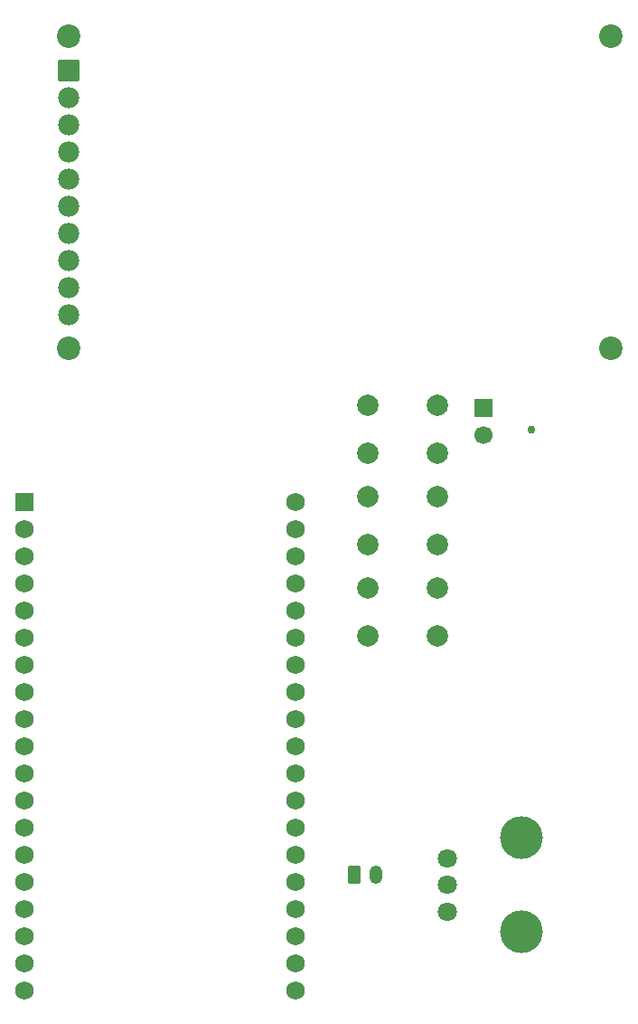
<source format=gbr>
%TF.GenerationSoftware,KiCad,Pcbnew,9.0.5*%
%TF.CreationDate,2025-11-09T15:59:44-08:00*%
%TF.ProjectId,Radio,52616469-6f2e-46b6-9963-61645f706362,rev?*%
%TF.SameCoordinates,Original*%
%TF.FileFunction,Soldermask,Bot*%
%TF.FilePolarity,Negative*%
%FSLAX46Y46*%
G04 Gerber Fmt 4.6, Leading zero omitted, Abs format (unit mm)*
G04 Created by KiCad (PCBNEW 9.0.5) date 2025-11-09 15:59:44*
%MOMM*%
%LPD*%
G01*
G04 APERTURE LIST*
G04 Aperture macros list*
%AMRoundRect*
0 Rectangle with rounded corners*
0 $1 Rounding radius*
0 $2 $3 $4 $5 $6 $7 $8 $9 X,Y pos of 4 corners*
0 Add a 4 corners polygon primitive as box body*
4,1,4,$2,$3,$4,$5,$6,$7,$8,$9,$2,$3,0*
0 Add four circle primitives for the rounded corners*
1,1,$1+$1,$2,$3*
1,1,$1+$1,$4,$5*
1,1,$1+$1,$6,$7*
1,1,$1+$1,$8,$9*
0 Add four rect primitives between the rounded corners*
20,1,$1+$1,$2,$3,$4,$5,0*
20,1,$1+$1,$4,$5,$6,$7,0*
20,1,$1+$1,$6,$7,$8,$9,0*
20,1,$1+$1,$8,$9,$2,$3,0*%
G04 Aperture macros list end*
%ADD10RoundRect,0.250000X-0.350000X-0.625000X0.350000X-0.625000X0.350000X0.625000X-0.350000X0.625000X0*%
%ADD11O,1.200000X1.750000*%
%ADD12C,2.000000*%
%ADD13C,2.200000*%
%ADD14RoundRect,0.102000X-0.889000X-0.889000X0.889000X-0.889000X0.889000X0.889000X-0.889000X0.889000X0*%
%ADD15C,1.982000*%
%ADD16C,4.000000*%
%ADD17C,1.800000*%
%ADD18C,0.750000*%
%ADD19RoundRect,0.102000X-0.765000X-0.765000X0.765000X-0.765000X0.765000X0.765000X-0.765000X0.765000X0*%
%ADD20C,1.734000*%
%ADD21R,1.700000X1.700000*%
%ADD22C,1.700000*%
G04 APERTURE END LIST*
D10*
%TO.C,BT1*%
X160250000Y-125800000D03*
D11*
X162250000Y-125800000D03*
%TD*%
D12*
%TO.C,SW2*%
X161557500Y-90430000D03*
X168057500Y-90430000D03*
X161557500Y-94930000D03*
X168057500Y-94930000D03*
%TD*%
D13*
%TO.C,U5*%
X133532500Y-47330000D03*
X133532500Y-76540000D03*
X184332500Y-47330000D03*
X184332500Y-76540000D03*
D14*
X133532500Y-50505000D03*
D15*
X133532500Y-53045000D03*
X133532500Y-55585000D03*
X133532500Y-58125000D03*
X133532500Y-60665000D03*
X133532500Y-63205000D03*
X133532500Y-65745000D03*
X133532500Y-68285000D03*
X133532500Y-70825000D03*
X133532500Y-73365000D03*
%TD*%
D16*
%TO.C,RV1*%
X175950000Y-122350000D03*
X175950000Y-131150000D03*
D17*
X168950000Y-129250000D03*
X168950000Y-126750000D03*
X168950000Y-124250000D03*
%TD*%
D12*
%TO.C,SW3*%
X161557500Y-98980000D03*
X168057500Y-98980000D03*
X161557500Y-103480000D03*
X168057500Y-103480000D03*
%TD*%
D18*
%TO.C,MK2*%
X176840000Y-84170000D03*
%TD*%
D19*
%TO.C,U6*%
X129350000Y-90900000D03*
D20*
X129350000Y-93440000D03*
X129350000Y-95980000D03*
X129350000Y-98520000D03*
X129350000Y-101060000D03*
X129350000Y-103600000D03*
X129350000Y-106140000D03*
X129350000Y-108680000D03*
X129350000Y-111220000D03*
X129350000Y-113760000D03*
X129350000Y-116300000D03*
X129350000Y-118840000D03*
X129350000Y-121380000D03*
X129350000Y-123920000D03*
X129350000Y-126460000D03*
X129350000Y-129000000D03*
X129350000Y-131540000D03*
X129350000Y-134080000D03*
X129350000Y-136620000D03*
X154750000Y-136620000D03*
X154750000Y-134080000D03*
X154750000Y-131540000D03*
X154750000Y-129000000D03*
X154750000Y-126460000D03*
X154750000Y-123920000D03*
X154750000Y-121380000D03*
X154750000Y-118840000D03*
X154750000Y-116300000D03*
X154750000Y-113760000D03*
X154750000Y-111220000D03*
X154750000Y-108680000D03*
X154750000Y-106140000D03*
X154750000Y-103600000D03*
X154750000Y-101060000D03*
X154750000Y-98520000D03*
X154750000Y-95980000D03*
X154750000Y-93440000D03*
X154750000Y-90900000D03*
%TD*%
D21*
%TO.C,LS1*%
X172377500Y-82150000D03*
D22*
X172377500Y-84690000D03*
%TD*%
D12*
%TO.C,SW1*%
X161557500Y-81880000D03*
X168057500Y-81880000D03*
X161557500Y-86380000D03*
X168057500Y-86380000D03*
%TD*%
M02*

</source>
